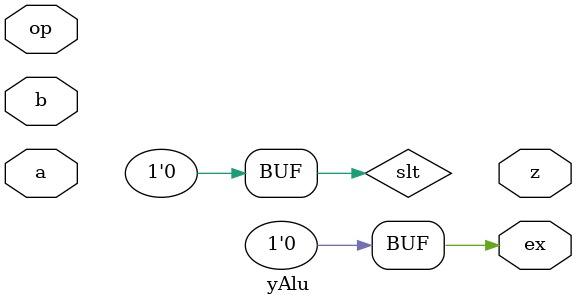
<source format=v>
module yAlu(z, ex, a, b, op); 
input [31:0] a, b; 
input [2:0] op; 
output [31:0] z; 
output ex; 
assign slt = 0;  
// not supported 
assign ex = 0;   
// not supported 
// instantiate the components and connect them 
// Hint: about 4 lines of code 
endmodule

</source>
